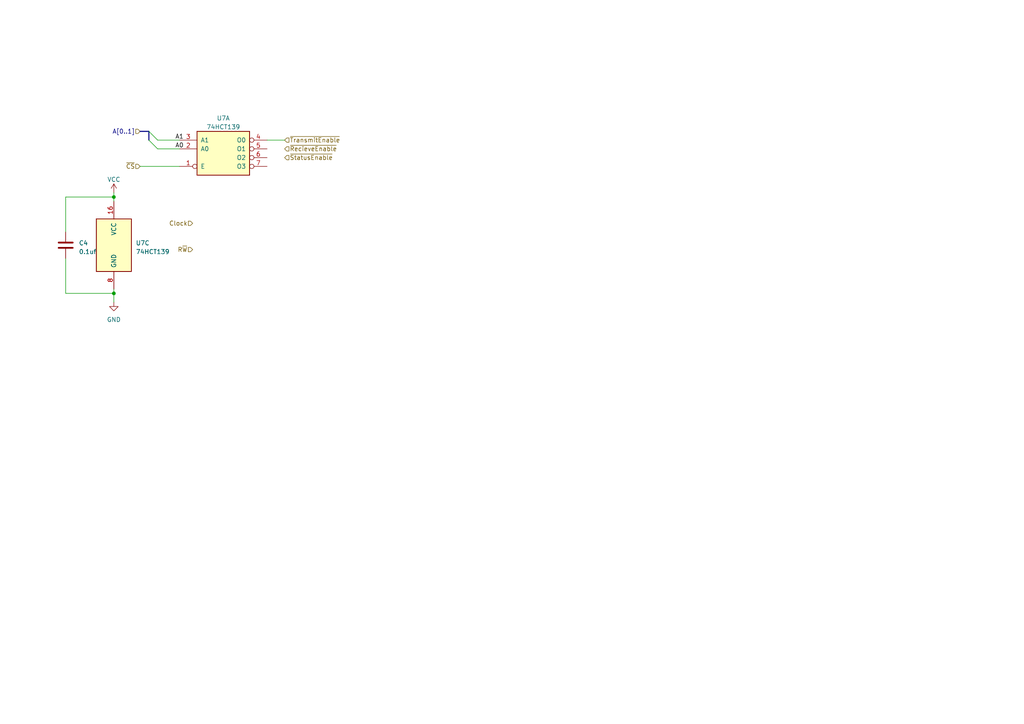
<source format=kicad_sch>
(kicad_sch (version 20230121) (generator eeschema)
  (paper "A4")
  (lib_symbols
    (symbol "74xx:74LS139" (pin_names (offset 1.016))
      (property "Reference" "U" (at -7.62 8.89 0))
      (property "Value" "74LS139" (at -7.62 -8.89 0))
      (symbol "74LS139_1_0"
        (pin input inverted (at -12.7 -5.08 0) (length 5.08) (name "E") (number "1"))
        (pin input line (at -12.7 0 0) (length 5.08) (name "A0") (number "2"))
        (pin input line (at -12.7 2.54 0) (length 5.08) (name "A1") (number "3"))
        (pin output inverted (at 12.7 2.54 180) (length 5.08) (name "O0") (number "4"))
        (pin output inverted (at 12.7 0 180) (length 5.08) (name "O1") (number "5"))
        (pin output inverted (at 12.7 -2.54 180) (length 5.08) (name "O2") (number "6"))
        (pin output inverted (at 12.7 -5.08 180) (length 5.08) (name "O3") (number "7"))
      )
      (symbol "74LS139_1_1"
        (rectangle (start -7.62 5.08) (end 7.62 -7.62) (stroke (width 0.254)) (fill (type background)))
      )
      (symbol "74LS139_2_0"
        (pin output inverted (at 12.7 -2.54 180) (length 5.08) (name "O2") (number "10"))
        (pin output inverted (at 12.7 0 180) (length 5.08) (name "O1") (number "11"))
        (pin output inverted (at 12.7 2.54 180) (length 5.08) (name "O0") (number "12"))
        (pin input line (at -12.7 2.54 0) (length 5.08) (name "A1") (number "13"))
        (pin input line (at -12.7 0 0) (length 5.08) (name "A0") (number "14"))
        (pin input inverted (at -12.7 -5.08 0) (length 5.08) (name "E") (number "15"))
        (pin output inverted (at 12.7 -5.08 180) (length 5.08) (name "O3") (number "9"))
      )
      (symbol "74LS139_2_1"
        (rectangle (start -7.62 5.08) (end 7.62 -7.62) (stroke (width 0.254)) (fill (type background)))
      )
      (symbol "74LS139_3_0"
        (pin power_in line (at 0 12.7 270) (length 5.08) (name "VCC") (number "16"))
        (pin power_in line (at 0 -12.7 90) (length 5.08) (name "GND") (number "8"))
      )
      (symbol "74LS139_3_1"
        (rectangle (start -5.08 7.62) (end 5.08 -7.62) (stroke (width 0.254)) (fill (type background)))
      )
    )
    (symbol "Device:C" (pin_numbers hide) (pin_names (offset 0.254))
      (property "Reference" "C" (at 0.635 2.54 0))
      (property "Value" "C" (at 0.635 -2.54 0))
      (symbol "C_0_1"
        (polyline (pts (xy -2.032 -0.762) (xy 2.032 -0.762)) (stroke (width 0.508)))
        (polyline (pts (xy -2.032 0.762) (xy 2.032 0.762)) (stroke (width 0.508)))
      )
      (symbol "C_1_1"
        (pin passive line (at 0 3.81 270) (length 2.794) (name "~") (number "1"))
        (pin passive line (at 0 -3.81 90) (length 2.794) (name "~") (number "2"))
      )
    )
    (symbol "power:GND" (power) (pin_names (offset 0))
      (property "Value" "GND" (at 0 -3.81 0))
      (symbol "GND_0_1"
        (polyline (pts (xy 0 0) (xy 0 -1.27) (xy 1.27 -1.27) (xy 0 -2.54) (xy -1.27 -1.27) (xy 0 -1.27)))
      )
      (symbol "GND_1_1"
        (pin power_in line (at 0 0 270) (length 0) hide (name "GND") (number "1"))
      )
    )
    (symbol "power:VCC" (power) (pin_names (offset 0))
      (property "Value" "VCC" (at 0 3.81 0))
      (symbol "VCC_0_1"
        (polyline (pts (xy -0.762 1.27) (xy 0 2.54)))
        (polyline (pts (xy 0 0) (xy 0 2.54)))
        (polyline (pts (xy 0 2.54) (xy 0.762 1.27)))
      )
      (symbol "VCC_1_1"
        (pin power_in line (at 0 0 90) (length 0) hide (name "VCC") (number "1"))
      )
    )
  )
  (junction (at 33.02 57.15))
  (junction (at 33.02 85.09))
  (bus_entry (at 43.18 40.64) (size 2.54 2.54))
  (bus_entry (at 43.18 38.1) (size 2.54 2.54))
  (bus (pts (xy 43.18 38.1) (xy 43.18 40.64)))
  (wire (pts (xy 45.72 43.18) (xy 52.07 43.18)))
  (wire (pts (xy 40.64 48.26) (xy 52.07 48.26)))
  (wire (pts (xy 33.02 57.15) (xy 33.02 58.42)))
  (wire (pts (xy 33.02 85.09) (xy 33.02 83.82)))
  (bus (pts (xy 40.64 38.1) (xy 43.18 38.1)))
  (wire (pts (xy 19.05 74.93) (xy 19.05 85.09)))
  (wire (pts (xy 82.55 40.64) (xy 77.47 40.64)))
  (wire (pts (xy 33.02 87.63) (xy 33.02 85.09)))
  (wire (pts (xy 33.02 55.88) (xy 33.02 57.15)))
  (wire (pts (xy 19.05 85.09) (xy 33.02 85.09)))
  (wire (pts (xy 19.05 67.31) (xy 19.05 57.15)))
  (wire (pts (xy 19.05 57.15) (xy 33.02 57.15)))
  (wire (pts (xy 45.72 40.64) (xy 52.07 40.64)))
  (label "A0" (at 50.8 43.18 0))
  (label "A1" (at 50.8 40.64 0))
  (hierarchical_label "~{CS}" (shape input) (at 40.64 48.26 180))
  (hierarchical_label "~{TransmitEnable}" (shape input) (at 82.55 40.64 0))
  (hierarchical_label "R~{W}" (shape input) (at 55.88 72.39 180))
  (hierarchical_label "Clock" (shape input) (at 55.88 64.77 180))
  (hierarchical_label "A[0..1]" (shape input) (at 40.64 38.1 180))
  (hierarchical_label "~{StatusEnable}" (shape input) (at 82.55 45.72 0))
  (hierarchical_label "~{RecieveEnable}" (shape input) (at 82.55 43.18 0))
  (symbol (lib_id "power:VCC") (at 33.02 55.88 0) (unit 1)
    (property "Reference" "#PWR02" (effects hide))
    (property "Value" "VCC" (at 33.02 52.07 0))
    (instances (project "uart" (path "" (reference "#PWR02") (unit 1)) (path "" (reference "#PWR023") (unit 1))))
  )
  (symbol (lib_id "power:GND") (at 33.02 87.63 0) (unit 1)
    (property "Reference" "#PWR01" (effects hide))
    (property "Value" "GND" (at 33.02 92.71 0))
    (instances (project "uart" (path "" (reference "#PWR01") (unit 1)) (path "" (reference "#PWR024") (unit 1))))
  )
  (symbol (lib_id "Device:C") (at 19.05 71.12 0) (unit 1)
    (property "Reference" "C4" (at 22.86 70.485 0) (effects (justify left)))
    (property "Value" "0.1uf" (at 22.86 73.025 0) (effects (justify left)))
    (property "Footprint" "Capacitor_THT:C_Rect_L7.2mm_W3.5mm_P5.00mm_FKS2_FKP2_MKS2_MKP2" (effects hide))
    (instances (project "uart" (path "" (reference "C4") (unit 1)) (path "" (reference "C8") (unit 1)) (path "" (reference "C9") (unit 1)) (path "" (reference "C10") (unit 1))))
  )
  (symbol (lib_id "74xx:74LS139") (at 33.02 71.12 0) (unit 3)
    (property "Reference" "U7" (at 39.37 70.485 0) (effects (justify left)))
    (property "Value" "74HCT139" (at 39.37 73.025 0) (effects (justify left)))
    (property "Footprint" "Package_DIP:DIP-16_W7.62mm" (effects hide))
    (property "Datasheet" "http://www.ti.com/lit/ds/symlink/sn74ls139a.pdf" (effects hide))
  )
  (symbol (lib_id "74xx:74LS139") (at 64.77 43.18 0) (unit 1)
    (property "Reference" "U7" (at 64.77 34.29 0))
    (property "Value" "74HCT139" (at 64.77 36.83 0))
    (property "Footprint" "Package_DIP:DIP-16_W7.62mm" (effects hide))
    (property "Datasheet" "http://www.ti.com/lit/ds/symlink/sn74ls139a.pdf" (effects hide))
  )
)
</source>
